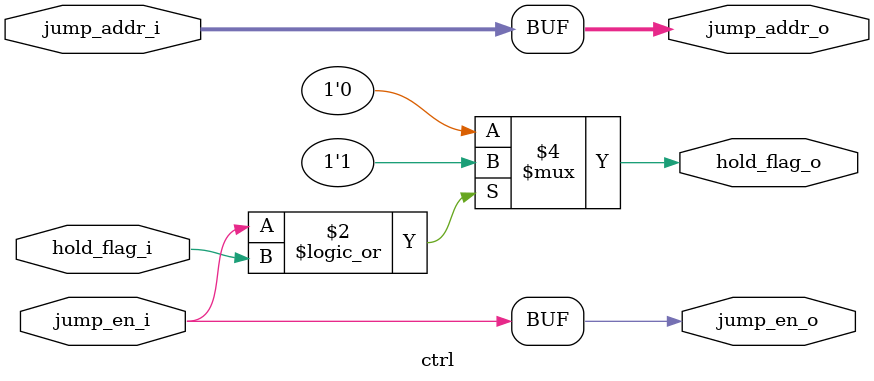
<source format=v>
module ctrl(
	input wire [31:0] jump_addr_i	,
	input wire  jump_en_i			,
	input wire  hold_flag_i			,
	output reg [31:0] jump_addr_o	,
	output reg  jump_en_o			,
	output reg  hold_flag_o
);

	always@(*) begin
		
		jump_addr_o = jump_addr_i;
		jump_en_o = jump_en_i;
		if(jump_en_i || hold_flag_i) begin
			hold_flag_o = 1'b1;
		end
		else begin
			hold_flag_o = 1'b0;
		end
	end
	
	
endmodule
</source>
